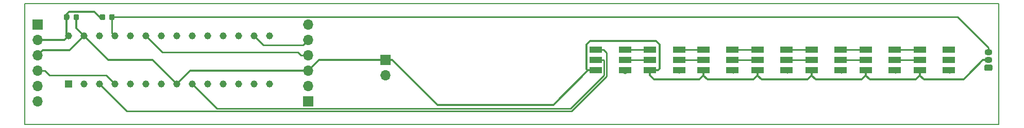
<source format=gbr>
%TF.GenerationSoftware,KiCad,Pcbnew,(5.1.5)-2*%
%TF.CreationDate,2019-12-04T23:20:31-05:00*%
%TF.ProjectId,fan pcb,66616e20-7063-4622-9e6b-696361645f70,rev?*%
%TF.SameCoordinates,Original*%
%TF.FileFunction,Copper,L1,Top*%
%TF.FilePolarity,Positive*%
%FSLAX46Y46*%
G04 Gerber Fmt 4.6, Leading zero omitted, Abs format (unit mm)*
G04 Created by KiCad (PCBNEW (5.1.5)-2) date 2019-12-04 23:20:31*
%MOMM*%
%LPD*%
G04 APERTURE LIST*
%ADD10C,0.200000*%
%ADD11O,1.700000X1.700000*%
%ADD12R,1.700000X1.700000*%
%ADD13C,1.159000*%
%ADD14R,1.159000X1.159000*%
%ADD15C,0.100000*%
%ADD16R,2.000000X1.100000*%
%ADD17O,1.300000X1.050000*%
%ADD18C,0.800000*%
%ADD19C,0.250000*%
%ADD20C,0.350000*%
G04 APERTURE END LIST*
D10*
X210000000Y-30000000D02*
X210000000Y-50000000D01*
X50000000Y-30000000D02*
X210000000Y-30000000D01*
X50000000Y-50000000D02*
X50000000Y-30000000D01*
X210000000Y-50000000D02*
X50000000Y-50000000D01*
D11*
X96520000Y-33520000D03*
X96520000Y-36060000D03*
X96520000Y-38600000D03*
X96520000Y-41140000D03*
X96520000Y-43680000D03*
D12*
X96520000Y-46220000D03*
D11*
X52070000Y-46220000D03*
X52070000Y-43680000D03*
X52070000Y-41140000D03*
X52070000Y-38600000D03*
X52070000Y-36060000D03*
D12*
X52070000Y-33520000D03*
D13*
X57150000Y-35401000D03*
X59690000Y-35401000D03*
X62230000Y-35401000D03*
X64770000Y-35401000D03*
X67310000Y-35401000D03*
X69850000Y-35401000D03*
X72390000Y-35401000D03*
X74930000Y-35401000D03*
X77470000Y-35401000D03*
X80010000Y-35401000D03*
X82550000Y-35401000D03*
X85090000Y-35401000D03*
X87630000Y-35401000D03*
X90170000Y-35401000D03*
X90170000Y-43339000D03*
X87630000Y-43339000D03*
X85090000Y-43339000D03*
X82550000Y-43339000D03*
X80010000Y-43339000D03*
X77470000Y-43339000D03*
X74930000Y-43339000D03*
X72390000Y-43339000D03*
X69850000Y-43339000D03*
X67310000Y-43339000D03*
X64770000Y-43339000D03*
X62230000Y-43339000D03*
X59690000Y-43339000D03*
D14*
X57150000Y-43339000D03*
%TA.AperFunction,SMDPad,CuDef*%
D15*
G36*
X64527691Y-31776053D02*
G01*
X64548926Y-31779203D01*
X64569750Y-31784419D01*
X64589962Y-31791651D01*
X64609368Y-31800830D01*
X64627781Y-31811866D01*
X64645024Y-31824654D01*
X64660930Y-31839070D01*
X64675346Y-31854976D01*
X64688134Y-31872219D01*
X64699170Y-31890632D01*
X64708349Y-31910038D01*
X64715581Y-31930250D01*
X64720797Y-31951074D01*
X64723947Y-31972309D01*
X64725000Y-31993750D01*
X64725000Y-32506250D01*
X64723947Y-32527691D01*
X64720797Y-32548926D01*
X64715581Y-32569750D01*
X64708349Y-32589962D01*
X64699170Y-32609368D01*
X64688134Y-32627781D01*
X64675346Y-32645024D01*
X64660930Y-32660930D01*
X64645024Y-32675346D01*
X64627781Y-32688134D01*
X64609368Y-32699170D01*
X64589962Y-32708349D01*
X64569750Y-32715581D01*
X64548926Y-32720797D01*
X64527691Y-32723947D01*
X64506250Y-32725000D01*
X64068750Y-32725000D01*
X64047309Y-32723947D01*
X64026074Y-32720797D01*
X64005250Y-32715581D01*
X63985038Y-32708349D01*
X63965632Y-32699170D01*
X63947219Y-32688134D01*
X63929976Y-32675346D01*
X63914070Y-32660930D01*
X63899654Y-32645024D01*
X63886866Y-32627781D01*
X63875830Y-32609368D01*
X63866651Y-32589962D01*
X63859419Y-32569750D01*
X63854203Y-32548926D01*
X63851053Y-32527691D01*
X63850000Y-32506250D01*
X63850000Y-31993750D01*
X63851053Y-31972309D01*
X63854203Y-31951074D01*
X63859419Y-31930250D01*
X63866651Y-31910038D01*
X63875830Y-31890632D01*
X63886866Y-31872219D01*
X63899654Y-31854976D01*
X63914070Y-31839070D01*
X63929976Y-31824654D01*
X63947219Y-31811866D01*
X63965632Y-31800830D01*
X63985038Y-31791651D01*
X64005250Y-31784419D01*
X64026074Y-31779203D01*
X64047309Y-31776053D01*
X64068750Y-31775000D01*
X64506250Y-31775000D01*
X64527691Y-31776053D01*
G37*
%TD.AperFunction*%
%TA.AperFunction,SMDPad,CuDef*%
G36*
X62952691Y-31776053D02*
G01*
X62973926Y-31779203D01*
X62994750Y-31784419D01*
X63014962Y-31791651D01*
X63034368Y-31800830D01*
X63052781Y-31811866D01*
X63070024Y-31824654D01*
X63085930Y-31839070D01*
X63100346Y-31854976D01*
X63113134Y-31872219D01*
X63124170Y-31890632D01*
X63133349Y-31910038D01*
X63140581Y-31930250D01*
X63145797Y-31951074D01*
X63148947Y-31972309D01*
X63150000Y-31993750D01*
X63150000Y-32506250D01*
X63148947Y-32527691D01*
X63145797Y-32548926D01*
X63140581Y-32569750D01*
X63133349Y-32589962D01*
X63124170Y-32609368D01*
X63113134Y-32627781D01*
X63100346Y-32645024D01*
X63085930Y-32660930D01*
X63070024Y-32675346D01*
X63052781Y-32688134D01*
X63034368Y-32699170D01*
X63014962Y-32708349D01*
X62994750Y-32715581D01*
X62973926Y-32720797D01*
X62952691Y-32723947D01*
X62931250Y-32725000D01*
X62493750Y-32725000D01*
X62472309Y-32723947D01*
X62451074Y-32720797D01*
X62430250Y-32715581D01*
X62410038Y-32708349D01*
X62390632Y-32699170D01*
X62372219Y-32688134D01*
X62354976Y-32675346D01*
X62339070Y-32660930D01*
X62324654Y-32645024D01*
X62311866Y-32627781D01*
X62300830Y-32609368D01*
X62291651Y-32589962D01*
X62284419Y-32569750D01*
X62279203Y-32548926D01*
X62276053Y-32527691D01*
X62275000Y-32506250D01*
X62275000Y-31993750D01*
X62276053Y-31972309D01*
X62279203Y-31951074D01*
X62284419Y-31930250D01*
X62291651Y-31910038D01*
X62300830Y-31890632D01*
X62311866Y-31872219D01*
X62324654Y-31854976D01*
X62339070Y-31839070D01*
X62354976Y-31824654D01*
X62372219Y-31811866D01*
X62390632Y-31800830D01*
X62410038Y-31791651D01*
X62430250Y-31784419D01*
X62451074Y-31779203D01*
X62472309Y-31776053D01*
X62493750Y-31775000D01*
X62931250Y-31775000D01*
X62952691Y-31776053D01*
G37*
%TD.AperFunction*%
%TA.AperFunction,SMDPad,CuDef*%
G36*
X58660191Y-31776053D02*
G01*
X58681426Y-31779203D01*
X58702250Y-31784419D01*
X58722462Y-31791651D01*
X58741868Y-31800830D01*
X58760281Y-31811866D01*
X58777524Y-31824654D01*
X58793430Y-31839070D01*
X58807846Y-31854976D01*
X58820634Y-31872219D01*
X58831670Y-31890632D01*
X58840849Y-31910038D01*
X58848081Y-31930250D01*
X58853297Y-31951074D01*
X58856447Y-31972309D01*
X58857500Y-31993750D01*
X58857500Y-32506250D01*
X58856447Y-32527691D01*
X58853297Y-32548926D01*
X58848081Y-32569750D01*
X58840849Y-32589962D01*
X58831670Y-32609368D01*
X58820634Y-32627781D01*
X58807846Y-32645024D01*
X58793430Y-32660930D01*
X58777524Y-32675346D01*
X58760281Y-32688134D01*
X58741868Y-32699170D01*
X58722462Y-32708349D01*
X58702250Y-32715581D01*
X58681426Y-32720797D01*
X58660191Y-32723947D01*
X58638750Y-32725000D01*
X58201250Y-32725000D01*
X58179809Y-32723947D01*
X58158574Y-32720797D01*
X58137750Y-32715581D01*
X58117538Y-32708349D01*
X58098132Y-32699170D01*
X58079719Y-32688134D01*
X58062476Y-32675346D01*
X58046570Y-32660930D01*
X58032154Y-32645024D01*
X58019366Y-32627781D01*
X58008330Y-32609368D01*
X57999151Y-32589962D01*
X57991919Y-32569750D01*
X57986703Y-32548926D01*
X57983553Y-32527691D01*
X57982500Y-32506250D01*
X57982500Y-31993750D01*
X57983553Y-31972309D01*
X57986703Y-31951074D01*
X57991919Y-31930250D01*
X57999151Y-31910038D01*
X58008330Y-31890632D01*
X58019366Y-31872219D01*
X58032154Y-31854976D01*
X58046570Y-31839070D01*
X58062476Y-31824654D01*
X58079719Y-31811866D01*
X58098132Y-31800830D01*
X58117538Y-31791651D01*
X58137750Y-31784419D01*
X58158574Y-31779203D01*
X58179809Y-31776053D01*
X58201250Y-31775000D01*
X58638750Y-31775000D01*
X58660191Y-31776053D01*
G37*
%TD.AperFunction*%
%TA.AperFunction,SMDPad,CuDef*%
G36*
X57085191Y-31776053D02*
G01*
X57106426Y-31779203D01*
X57127250Y-31784419D01*
X57147462Y-31791651D01*
X57166868Y-31800830D01*
X57185281Y-31811866D01*
X57202524Y-31824654D01*
X57218430Y-31839070D01*
X57232846Y-31854976D01*
X57245634Y-31872219D01*
X57256670Y-31890632D01*
X57265849Y-31910038D01*
X57273081Y-31930250D01*
X57278297Y-31951074D01*
X57281447Y-31972309D01*
X57282500Y-31993750D01*
X57282500Y-32506250D01*
X57281447Y-32527691D01*
X57278297Y-32548926D01*
X57273081Y-32569750D01*
X57265849Y-32589962D01*
X57256670Y-32609368D01*
X57245634Y-32627781D01*
X57232846Y-32645024D01*
X57218430Y-32660930D01*
X57202524Y-32675346D01*
X57185281Y-32688134D01*
X57166868Y-32699170D01*
X57147462Y-32708349D01*
X57127250Y-32715581D01*
X57106426Y-32720797D01*
X57085191Y-32723947D01*
X57063750Y-32725000D01*
X56626250Y-32725000D01*
X56604809Y-32723947D01*
X56583574Y-32720797D01*
X56562750Y-32715581D01*
X56542538Y-32708349D01*
X56523132Y-32699170D01*
X56504719Y-32688134D01*
X56487476Y-32675346D01*
X56471570Y-32660930D01*
X56457154Y-32645024D01*
X56444366Y-32627781D01*
X56433330Y-32609368D01*
X56424151Y-32589962D01*
X56416919Y-32569750D01*
X56411703Y-32548926D01*
X56408553Y-32527691D01*
X56407500Y-32506250D01*
X56407500Y-31993750D01*
X56408553Y-31972309D01*
X56411703Y-31951074D01*
X56416919Y-31930250D01*
X56424151Y-31910038D01*
X56433330Y-31890632D01*
X56444366Y-31872219D01*
X56457154Y-31854976D01*
X56471570Y-31839070D01*
X56487476Y-31824654D01*
X56504719Y-31811866D01*
X56523132Y-31800830D01*
X56542538Y-31791651D01*
X56562750Y-31784419D01*
X56583574Y-31779203D01*
X56604809Y-31776053D01*
X56626250Y-31775000D01*
X57063750Y-31775000D01*
X57085191Y-31776053D01*
G37*
%TD.AperFunction*%
D16*
X201790000Y-37670000D03*
X201790000Y-39370000D03*
X201790000Y-41070000D03*
X196990000Y-41070000D03*
X196990000Y-39370000D03*
X196990000Y-37670000D03*
X192900000Y-37670000D03*
X192900000Y-39370000D03*
X192900000Y-41070000D03*
X188100000Y-41070000D03*
X188100000Y-39370000D03*
X188100000Y-37670000D03*
D12*
X109220000Y-39370000D03*
D11*
X109220000Y-41910000D03*
%TA.AperFunction,ComponentPad*%
D15*
G36*
X208704594Y-40116203D02*
G01*
X208728853Y-40119802D01*
X208752642Y-40125761D01*
X208775733Y-40134023D01*
X208797902Y-40144508D01*
X208818937Y-40157116D01*
X208838635Y-40171725D01*
X208856806Y-40188194D01*
X208873275Y-40206365D01*
X208887884Y-40226063D01*
X208900492Y-40247098D01*
X208910977Y-40269267D01*
X208919239Y-40292358D01*
X208925198Y-40316147D01*
X208928797Y-40340406D01*
X208930000Y-40364900D01*
X208930000Y-40915100D01*
X208928797Y-40939594D01*
X208925198Y-40963853D01*
X208919239Y-40987642D01*
X208910977Y-41010733D01*
X208900492Y-41032902D01*
X208887884Y-41053937D01*
X208873275Y-41073635D01*
X208856806Y-41091806D01*
X208838635Y-41108275D01*
X208818937Y-41122884D01*
X208797902Y-41135492D01*
X208775733Y-41145977D01*
X208752642Y-41154239D01*
X208728853Y-41160198D01*
X208704594Y-41163797D01*
X208680100Y-41165000D01*
X207879900Y-41165000D01*
X207855406Y-41163797D01*
X207831147Y-41160198D01*
X207807358Y-41154239D01*
X207784267Y-41145977D01*
X207762098Y-41135492D01*
X207741063Y-41122884D01*
X207721365Y-41108275D01*
X207703194Y-41091806D01*
X207686725Y-41073635D01*
X207672116Y-41053937D01*
X207659508Y-41032902D01*
X207649023Y-41010733D01*
X207640761Y-40987642D01*
X207634802Y-40963853D01*
X207631203Y-40939594D01*
X207630000Y-40915100D01*
X207630000Y-40364900D01*
X207631203Y-40340406D01*
X207634802Y-40316147D01*
X207640761Y-40292358D01*
X207649023Y-40269267D01*
X207659508Y-40247098D01*
X207672116Y-40226063D01*
X207686725Y-40206365D01*
X207703194Y-40188194D01*
X207721365Y-40171725D01*
X207741063Y-40157116D01*
X207762098Y-40144508D01*
X207784267Y-40134023D01*
X207807358Y-40125761D01*
X207831147Y-40119802D01*
X207855406Y-40116203D01*
X207879900Y-40115000D01*
X208680100Y-40115000D01*
X208704594Y-40116203D01*
G37*
%TD.AperFunction*%
D17*
X208280000Y-38100000D03*
X208280000Y-39370000D03*
D16*
X184010000Y-37670000D03*
X184010000Y-39370000D03*
X184010000Y-41070000D03*
X179210000Y-41070000D03*
X179210000Y-39370000D03*
X179210000Y-37670000D03*
X175120000Y-37670000D03*
X175120000Y-39370000D03*
X175120000Y-41070000D03*
X170320000Y-41070000D03*
X170320000Y-39370000D03*
X170320000Y-37670000D03*
X166230000Y-37670000D03*
X166230000Y-39370000D03*
X166230000Y-41070000D03*
X161430000Y-41070000D03*
X161430000Y-39370000D03*
X161430000Y-37670000D03*
X157480000Y-37670000D03*
X157480000Y-39370000D03*
X157480000Y-41070000D03*
X152680000Y-41070000D03*
X152680000Y-39370000D03*
X152680000Y-37670000D03*
X148590000Y-37670000D03*
X148590000Y-39370000D03*
X148590000Y-41070000D03*
X143790000Y-41070000D03*
X143790000Y-39370000D03*
X143790000Y-37670000D03*
D18*
X148590000Y-41275000D03*
X157480000Y-41219991D03*
X166370000Y-41219991D03*
X184150000Y-41219991D03*
X193040000Y-41219991D03*
X201930000Y-41219991D03*
X175260000Y-41219991D03*
D19*
X149840000Y-37670000D02*
X152680000Y-37670000D01*
X148590000Y-37670000D02*
X149840000Y-37670000D01*
X148590000Y-39370000D02*
X152680000Y-39370000D01*
D20*
X56845000Y-35096000D02*
X57150000Y-35401000D01*
X56845000Y-32250000D02*
X56845000Y-35096000D01*
X56491000Y-36060000D02*
X57150000Y-35401000D01*
X52070000Y-36060000D02*
X56491000Y-36060000D01*
X57220010Y-31399990D02*
X56845000Y-31775000D01*
X61424990Y-31399990D02*
X57220010Y-31399990D01*
X62275000Y-32250000D02*
X61424990Y-31399990D01*
X56845000Y-31775000D02*
X56845000Y-32250000D01*
X62712500Y-32250000D02*
X62275000Y-32250000D01*
X58420000Y-34131000D02*
X59690000Y-35401000D01*
X58420000Y-32250000D02*
X58420000Y-34131000D01*
X57340999Y-37750001D02*
X59110501Y-35980499D01*
X52919999Y-37750001D02*
X57340999Y-37750001D01*
X59110501Y-35980499D02*
X59690000Y-35401000D01*
X52070000Y-38600000D02*
X52919999Y-37750001D01*
X59690000Y-35401000D02*
X63659000Y-39370000D01*
X70961000Y-39370000D02*
X74930000Y-43339000D01*
X63659000Y-39370000D02*
X70961000Y-39370000D01*
X77129000Y-41140000D02*
X96520000Y-41140000D01*
X74930000Y-43339000D02*
X77129000Y-41140000D01*
X117753600Y-46803600D02*
X136806400Y-46803600D01*
X110320000Y-39370000D02*
X117753600Y-46803600D01*
X109220000Y-39370000D02*
X110320000Y-39370000D01*
X136806400Y-46803600D02*
X142540000Y-41070000D01*
X143790000Y-41070000D02*
X142540000Y-41070000D01*
X161354999Y-41945001D02*
X161430000Y-41870000D01*
X152680000Y-41870000D02*
X152755001Y-41945001D01*
X152680000Y-41070000D02*
X152680000Y-41870000D01*
X170244999Y-41945001D02*
X170320000Y-41870000D01*
X161430000Y-41070000D02*
X161430000Y-41870000D01*
X161430000Y-41870000D02*
X161505001Y-41945001D01*
X179210000Y-41870000D02*
X179285001Y-41945001D01*
X188024999Y-41945001D02*
X188100000Y-41870000D01*
X188100000Y-41070000D02*
X188100000Y-41870000D01*
X196914999Y-41945001D02*
X196990000Y-41870000D01*
X188100000Y-41870000D02*
X188175001Y-41945001D01*
X207380000Y-39370000D02*
X208280000Y-39370000D01*
X204804999Y-41945001D02*
X207380000Y-39370000D01*
X196990000Y-41870000D02*
X197065001Y-41945001D01*
X196990000Y-41070000D02*
X196990000Y-41870000D01*
X98290000Y-39370000D02*
X96520000Y-41140000D01*
X109220000Y-39370000D02*
X98290000Y-39370000D01*
X179210000Y-41870000D02*
X179210000Y-41070000D01*
X179134999Y-41945001D02*
X179210000Y-41870000D01*
X170320000Y-41870000D02*
X170395001Y-41945001D01*
X170320000Y-41070000D02*
X170320000Y-41870000D01*
X204205000Y-42545000D02*
X204804999Y-41945001D01*
X197065001Y-41945001D02*
X197665000Y-42545000D01*
X197665000Y-42545000D02*
X204205000Y-42545000D01*
X196315000Y-42545000D02*
X196914999Y-41945001D01*
X188175001Y-41945001D02*
X188775000Y-42545000D01*
X188775000Y-42545000D02*
X196315000Y-42545000D01*
X187425000Y-42545000D02*
X188024999Y-41945001D01*
X179285001Y-41945001D02*
X179885000Y-42545000D01*
X179885000Y-42545000D02*
X187425000Y-42545000D01*
X170395001Y-41945001D02*
X170995000Y-42545000D01*
X178535000Y-42545000D02*
X179134999Y-41945001D01*
X170995000Y-42545000D02*
X178535000Y-42545000D01*
X169645000Y-42545000D02*
X170244999Y-41945001D01*
X161505001Y-41945001D02*
X162105000Y-42545000D01*
X162105000Y-42545000D02*
X169645000Y-42545000D01*
X160755000Y-42545000D02*
X161354999Y-41945001D01*
X152755001Y-41945001D02*
X153355000Y-42545000D01*
X153355000Y-42545000D02*
X160755000Y-42545000D01*
X154030000Y-41070000D02*
X152680000Y-41070000D01*
X154305000Y-40795000D02*
X154030000Y-41070000D01*
X154305000Y-36830000D02*
X154305000Y-40795000D01*
X143790000Y-41070000D02*
X142440000Y-41070000D01*
X142440000Y-41070000D02*
X142240000Y-40870000D01*
X142240000Y-40870000D02*
X142240000Y-36830000D01*
X142240000Y-36830000D02*
X142875000Y-36195000D01*
X153670000Y-36195000D02*
X154305000Y-36830000D01*
X142875000Y-36195000D02*
X153670000Y-36195000D01*
D19*
X158730000Y-37670000D02*
X161430000Y-37670000D01*
X157480000Y-37670000D02*
X158730000Y-37670000D01*
X157480000Y-39370000D02*
X161430000Y-39370000D01*
X167480000Y-37670000D02*
X170320000Y-37670000D01*
X166230000Y-37670000D02*
X167480000Y-37670000D01*
X166230000Y-39370000D02*
X170320000Y-39370000D01*
X176370000Y-37670000D02*
X179210000Y-37670000D01*
X175120000Y-37670000D02*
X176370000Y-37670000D01*
X175120000Y-39370000D02*
X179210000Y-39370000D01*
X185260000Y-37670000D02*
X188100000Y-37670000D01*
X184010000Y-37670000D02*
X185260000Y-37670000D01*
X184010000Y-39370000D02*
X188100000Y-39370000D01*
X81526001Y-47395001D02*
X78049499Y-43918499D01*
X139600001Y-47395001D02*
X81526001Y-47395001D01*
X145115001Y-39445001D02*
X145115001Y-41880001D01*
X145040000Y-39370000D02*
X145115001Y-39445001D01*
X143790000Y-39370000D02*
X145040000Y-39370000D01*
X145115001Y-41880001D02*
X139600001Y-47395001D01*
X78049499Y-43918499D02*
X77470000Y-43339000D01*
X62809499Y-43918499D02*
X62230000Y-43339000D01*
X143790000Y-37670000D02*
X145040000Y-37670000D01*
X66736012Y-47845012D02*
X62809499Y-43918499D01*
X139786401Y-47845012D02*
X66736012Y-47845012D01*
X145565012Y-42066401D02*
X139786401Y-47845012D01*
X145040000Y-37670000D02*
X145565012Y-38195012D01*
X145565012Y-38195012D02*
X145565012Y-42066401D01*
X64287500Y-34918500D02*
X64770000Y-35401000D01*
X64287500Y-32250000D02*
X64287500Y-34918500D01*
X203205000Y-32250000D02*
X64725000Y-32250000D01*
X64725000Y-32250000D02*
X64287500Y-32250000D01*
X208280000Y-37325000D02*
X203205000Y-32250000D01*
X208280000Y-38100000D02*
X208280000Y-37325000D01*
X95317919Y-38600000D02*
X94817919Y-38100000D01*
X96520000Y-38600000D02*
X95317919Y-38600000D01*
X72549000Y-38100000D02*
X69850000Y-35401000D01*
X94817919Y-38100000D02*
X72549000Y-38100000D01*
X89138999Y-36909999D02*
X95670001Y-36909999D01*
X95670001Y-36909999D02*
X96520000Y-36060000D01*
X87630000Y-35401000D02*
X89138999Y-36909999D01*
X192900000Y-37670000D02*
X196990000Y-37670000D01*
X192900000Y-39370000D02*
X196990000Y-39370000D01*
X53272081Y-41140000D02*
X54042081Y-41910000D01*
X52070000Y-41140000D02*
X53272081Y-41140000D01*
X63341000Y-41910000D02*
X64770000Y-43339000D01*
X54042081Y-41910000D02*
X63341000Y-41910000D01*
M02*

</source>
